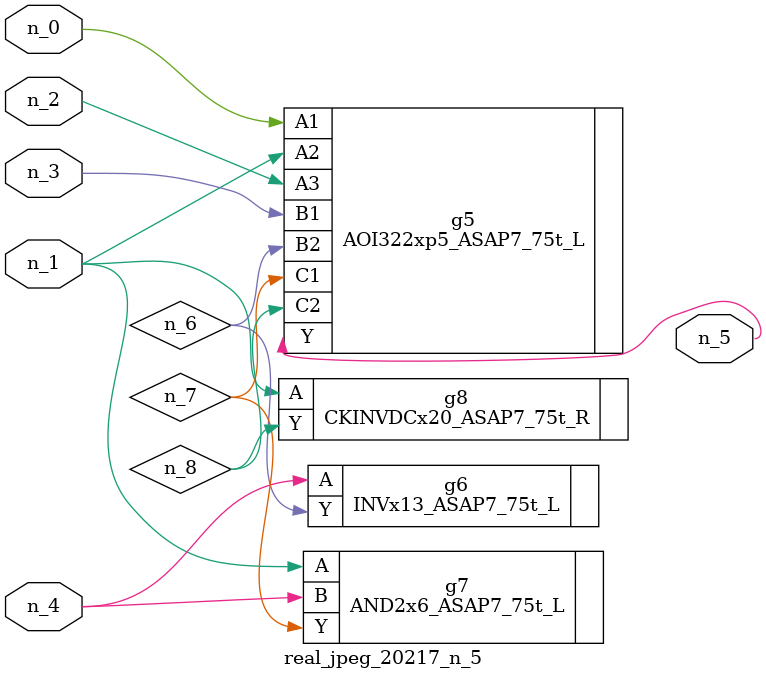
<source format=v>
module real_jpeg_20217_n_5 (n_4, n_0, n_1, n_2, n_3, n_5);

input n_4;
input n_0;
input n_1;
input n_2;
input n_3;

output n_5;

wire n_8;
wire n_6;
wire n_7;

AOI322xp5_ASAP7_75t_L g5 ( 
.A1(n_0),
.A2(n_1),
.A3(n_2),
.B1(n_3),
.B2(n_6),
.C1(n_7),
.C2(n_8),
.Y(n_5)
);

AND2x6_ASAP7_75t_L g7 ( 
.A(n_1),
.B(n_4),
.Y(n_7)
);

CKINVDCx20_ASAP7_75t_R g8 ( 
.A(n_1),
.Y(n_8)
);

INVx13_ASAP7_75t_L g6 ( 
.A(n_4),
.Y(n_6)
);


endmodule
</source>
